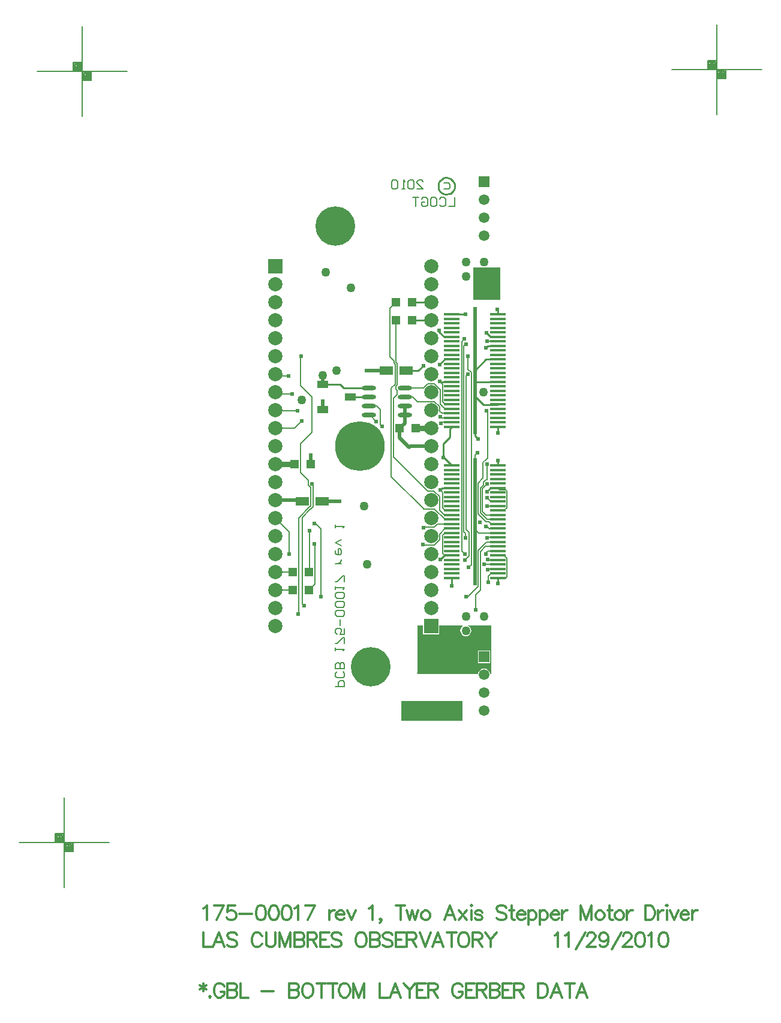
<source format=gbl>
%FSLAX23Y23*%
%MOIN*%
G70*
G01*
G75*
G04 Layer_Physical_Order=6*
G04 Layer_Color=16711680*
%ADD10R,0.079X0.236*%
%ADD11C,0.007*%
%ADD12C,0.050*%
%ADD13C,0.010*%
%ADD14C,0.020*%
%ADD15C,0.012*%
%ADD16C,0.008*%
%ADD17C,0.012*%
%ADD18C,0.012*%
%ADD19C,0.050*%
%ADD20C,0.079*%
%ADD21R,0.079X0.079*%
%ADD22R,0.059X0.059*%
%ADD23C,0.059*%
%ADD24C,0.276*%
%ADD25C,0.219*%
%ADD26C,0.024*%
%ADD27C,0.040*%
%ADD28C,0.065*%
G04:AMPARAMS|DCode=29|XSize=85mil|YSize=85mil|CornerRadius=0mil|HoleSize=0mil|Usage=FLASHONLY|Rotation=0.000|XOffset=0mil|YOffset=0mil|HoleType=Round|Shape=Relief|Width=10mil|Gap=10mil|Entries=4|*
%AMTHD29*
7,0,0,0.085,0.065,0.010,45*
%
%ADD29THD29*%
%ADD30C,0.099*%
G04:AMPARAMS|DCode=31|XSize=119.055mil|YSize=119.055mil|CornerRadius=0mil|HoleSize=0mil|Usage=FLASHONLY|Rotation=0.000|XOffset=0mil|YOffset=0mil|HoleType=Round|Shape=Relief|Width=10mil|Gap=10mil|Entries=4|*
%AMTHD31*
7,0,0,0.119,0.099,0.010,45*
%
%ADD31THD31*%
%ADD32C,0.075*%
%ADD33C,0.197*%
%ADD34C,0.206*%
%ADD35C,0.068*%
G04:AMPARAMS|DCode=36|XSize=70mil|YSize=70mil|CornerRadius=0mil|HoleSize=0mil|Usage=FLASHONLY|Rotation=0.000|XOffset=0mil|YOffset=0mil|HoleType=Round|Shape=Relief|Width=10mil|Gap=10mil|Entries=4|*
%AMTHD36*
7,0,0,0.070,0.050,0.010,45*
%
%ADD36THD36*%
G04:AMPARAMS|DCode=37|XSize=88mil|YSize=88mil|CornerRadius=0mil|HoleSize=0mil|Usage=FLASHONLY|Rotation=0.000|XOffset=0mil|YOffset=0mil|HoleType=Round|Shape=Relief|Width=10mil|Gap=10mil|Entries=4|*
%AMTHD37*
7,0,0,0.088,0.068,0.010,45*
%
%ADD37THD37*%
%ADD38C,0.075*%
%ADD39O,0.079X0.024*%
%ADD40R,0.078X0.048*%
%ADD41R,0.050X0.050*%
%ADD42R,0.130X0.094*%
%ADD43R,0.020X0.709*%
%ADD44R,0.085X0.016*%
%ADD45R,0.059X0.039*%
%ADD46C,0.030*%
%ADD47C,0.005*%
G36*
X32458Y20291D02*
X32118D01*
Y20401D01*
X32458D01*
Y20291D01*
D02*
G37*
G36*
X32618Y20551D02*
X32612D01*
X32611Y20555D01*
X32608Y20563D01*
X32602Y20571D01*
X32595Y20576D01*
X32587Y20580D01*
X32578Y20581D01*
X32569Y20580D01*
X32560Y20576D01*
X32553Y20571D01*
X32548Y20563D01*
X32544Y20555D01*
X32544Y20551D01*
X32212D01*
X32205Y20558D01*
X32208Y20560D01*
Y20821D01*
X32238D01*
Y20771D01*
X32327D01*
Y20821D01*
X32458D01*
X32459Y20816D01*
X32454Y20813D01*
X32450Y20806D01*
X32447Y20799D01*
X32445Y20791D01*
X32447Y20783D01*
X32450Y20776D01*
X32454Y20770D01*
X32461Y20765D01*
X32468Y20762D01*
X32476Y20761D01*
X32484Y20762D01*
X32491Y20765D01*
X32497Y20770D01*
X32502Y20776D01*
X32505Y20783D01*
X32506Y20791D01*
X32505Y20799D01*
X32502Y20806D01*
X32497Y20813D01*
X32491Y20817D01*
X32484Y20820D01*
Y20820D01*
X32484D01*
X32484Y20820D01*
Y20820D01*
X32484Y20821D01*
X32618D01*
Y20551D01*
D02*
G37*
G36*
X32668Y22631D02*
X32518D01*
Y22811D01*
X32575D01*
X32576Y22811D01*
X32576Y22811D01*
X32668D01*
Y22631D01*
D02*
G37*
%LPC*%
G36*
X32612Y20681D02*
X32543D01*
Y20612D01*
X32612D01*
Y20681D01*
D02*
G37*
%LPD*%
D11*
X32344Y21999D02*
X32398D01*
X32331Y22012D02*
Y22036D01*
X32302Y22064D02*
X32331Y22036D01*
Y22012D02*
X32344Y21999D01*
X32361Y22024D02*
X32398D01*
X32334Y22051D02*
X32361Y22024D01*
X32334Y22051D02*
Y22116D01*
X32335Y22117D01*
Y22131D01*
X32302Y22164D02*
X32335Y22131D01*
X32263Y22164D02*
X32302D01*
X32240Y22141D02*
X32263Y22164D01*
X32136Y22141D02*
X32240D01*
X32616Y21109D02*
X32653D01*
X32602Y21095D02*
X32616Y21109D01*
X32602Y21059D02*
Y21095D01*
X32614Y21159D02*
X32653D01*
X32616Y21184D02*
X32653D01*
X32616Y21234D02*
X32653D01*
X32648Y21279D02*
X32653Y21284D01*
Y21309D02*
X32654Y21309D01*
Y21312D01*
X32594Y21308D02*
X32595Y21309D01*
X32651D01*
X32654Y21312D01*
X32652Y21357D02*
X32653Y21359D01*
X32609Y21357D02*
X32652D01*
X32589Y21372D02*
X32594D01*
X32609Y21357D01*
X32549Y21334D02*
X32653D01*
X32548Y21333D02*
X32549Y21334D01*
X32526Y21355D02*
X32548Y21333D01*
X32526Y21355D02*
Y21396D01*
X32357Y21434D02*
X32398D01*
X32361Y21409D02*
X32398D01*
X32302Y21468D02*
X32361Y21409D01*
X32243Y21468D02*
X32302D01*
X32318Y21384D02*
X32398D01*
X32301Y21366D02*
X32318Y21384D01*
X32242Y21366D02*
X32301D01*
X32361Y21359D02*
X32398D01*
X32331Y21328D02*
X32361Y21359D01*
X32331Y21296D02*
Y21328D01*
X32302Y21268D02*
X32331Y21296D01*
X32240Y21268D02*
X32302D01*
X32594Y21607D02*
X32595Y21606D01*
X32573Y21616D02*
X32587Y21629D01*
X32593D01*
Y21717D01*
X32595Y21719D01*
X32572Y21639D02*
Y21727D01*
X32587Y21741D01*
X32589D01*
X32597Y21749D01*
X32592Y22014D02*
X32597D01*
Y21749D02*
Y22014D01*
X32453Y21233D02*
X32470Y21216D01*
X32453Y21233D02*
Y22398D01*
X32468Y22413D01*
X32593Y22399D02*
X32653D01*
X32653Y22399D01*
X32573Y21602D02*
Y21616D01*
X32474Y21307D02*
Y21333D01*
X32465Y21342D02*
X32474Y21333D01*
X32465Y21342D02*
Y22374D01*
X32474Y22383D02*
X32476D01*
X32465Y22374D02*
X32474Y22383D01*
X32599Y21184D02*
X32653D01*
X32471Y21183D02*
X32494Y21207D01*
Y21328D01*
X32494Y21328D02*
X32494Y21328D01*
X32494Y21328D02*
Y21337D01*
X32477Y21354D02*
X32494Y21337D01*
X32477Y21354D02*
Y22208D01*
X32486Y22217D01*
X32489Y22243D02*
Y22316D01*
Y22243D02*
X32506Y22226D01*
Y22139D02*
Y22226D01*
Y22139D02*
X32507Y22138D01*
Y21190D02*
Y22138D01*
X32597Y21134D02*
X32653D01*
X32597Y21134D02*
X32597Y21134D01*
X32544Y21610D02*
X32572Y21639D01*
X32556Y21584D02*
X32573Y21602D01*
X32616Y21384D02*
X32653D01*
X32556Y21446D02*
X32593Y21409D01*
X32653D01*
X32544Y21441D02*
X32588Y21397D01*
X32603D01*
X32616Y21384D01*
X32589Y21434D02*
X32653D01*
X32568Y21455D02*
X32589Y21434D01*
X32568Y21455D02*
Y21579D01*
X32595Y21606D01*
X32544Y21441D02*
Y21610D01*
X32556Y21446D02*
Y21584D01*
X32601Y21484D02*
X32653D01*
X32614Y21509D02*
X32653D01*
X32593Y21530D02*
X32614Y21509D01*
X32240Y21268D02*
X32240Y21268D01*
X31634Y21273D02*
X31636Y21271D01*
Y21050D02*
Y21271D01*
X31603Y21016D02*
X31636Y21050D01*
X32241Y21365D02*
X32242Y21366D01*
X31607Y21120D02*
Y21347D01*
X31603Y21116D02*
X31607Y21120D01*
X32242Y21467D02*
X32243Y21468D01*
X32336Y21974D02*
X32398D01*
X31943Y21991D02*
X31979Y21955D01*
X31939Y21991D02*
X31943D01*
X32002Y21936D02*
Y22019D01*
X31980Y22041D02*
X32002Y22019D01*
X31939Y22041D02*
X31980D01*
X32605Y21284D02*
X32653D01*
X32604Y21283D02*
X32605Y21284D01*
X32591Y21283D02*
X32604D01*
X32544Y21236D02*
X32591Y21283D01*
X32584Y21259D02*
X32653D01*
X32556Y21016D02*
Y21231D01*
X32584Y21259D01*
X32597Y21234D02*
X32653D01*
X32597Y21234D02*
X32597Y21234D01*
X32544Y21037D02*
Y21236D01*
X32587Y21224D02*
X32597Y21234D01*
X32587Y21218D02*
Y21224D01*
X32578Y21159D02*
X32653D01*
X32578Y21159D02*
X32578Y21159D01*
X32492Y21143D02*
X32507Y21158D01*
Y21190D01*
X31494Y21218D02*
Y21339D01*
X31416Y21416D02*
X31494Y21339D01*
X31670Y20981D02*
Y21357D01*
X31634Y21386D02*
X31641D01*
X31670Y21357D01*
X32488Y20981D02*
X32544Y21037D01*
X32476Y20981D02*
X32488D01*
X32531Y20991D02*
X32556Y21016D01*
X32531Y20906D02*
Y20991D01*
X31566Y20941D02*
X31576Y20932D01*
X31545Y20884D02*
X31546Y20886D01*
Y21418D01*
X31622Y21895D02*
Y22091D01*
X31559Y22315D02*
X31560Y22316D01*
X31559Y21832D02*
X31622Y21895D01*
X31559Y21671D02*
Y21832D01*
Y22154D02*
X31622Y22091D01*
X31559Y22154D02*
Y22315D01*
X31523Y21916D02*
X31563Y21957D01*
X31416Y21916D02*
X31523D01*
X31417Y22015D02*
X31542D01*
X31416Y22016D02*
X31417Y22015D01*
X31424Y22108D02*
X31511D01*
X31416Y22116D02*
X31424Y22108D01*
Y22208D02*
X31490D01*
X31416Y22216D02*
X31424Y22208D01*
X32088Y22284D02*
Y22516D01*
X32088Y22149D02*
X32095Y22156D01*
X32088Y22133D02*
Y22149D01*
Y22133D02*
X32094Y22127D01*
X32074Y22085D02*
X32094Y22105D01*
X32074Y21757D02*
Y22085D01*
Y21757D02*
X32263Y21568D01*
X32298D01*
X32095Y22156D02*
Y22277D01*
X32094Y22105D02*
Y22127D01*
X32054Y22583D02*
X32088Y22616D01*
X32062Y22140D02*
X32083Y22161D01*
X32062Y21648D02*
Y22140D01*
Y21648D02*
X32243Y21468D01*
X32054Y22314D02*
Y22583D01*
X32088Y22284D02*
X32095Y22277D01*
X32083Y22161D02*
Y22272D01*
X32076Y22279D02*
X32083Y22272D01*
X32076Y22279D02*
Y22292D01*
X32054Y22314D02*
X32076Y22292D01*
X32136Y22091D02*
X32181D01*
X32208Y22064D01*
X32232D02*
X32279D01*
X32208D02*
X32232D01*
X32279D02*
X32302D01*
X31566Y20941D02*
Y21421D01*
X31559Y21671D02*
X31602Y21628D01*
X31601Y21600D02*
Y21617D01*
X31602Y21617D01*
Y21628D01*
X31607Y21479D02*
X31610D01*
X31615Y21484D01*
X31566Y21421D02*
X31612Y21467D01*
X31615D01*
X31627Y21479D01*
X31622Y21608D02*
X31627Y21603D01*
Y21479D02*
Y21603D01*
X31546Y21418D02*
X31607Y21479D01*
X31615Y21484D02*
Y21586D01*
X31601Y21600D02*
X31615Y21586D01*
X31416Y21116D02*
X31513D01*
X31513Y21116D01*
X31416Y21016D02*
X31513D01*
X31513Y21016D01*
X32526Y21396D02*
Y21768D01*
X32541Y21782D01*
X32002Y21936D02*
X32010Y21928D01*
X32599Y21184D02*
X32599Y21184D01*
X32343Y21949D02*
X32398D01*
X32339Y21945D02*
X32343Y21949D01*
X32333Y21977D02*
Y21979D01*
Y21977D02*
X32336Y21974D01*
X32330Y21461D02*
X32357Y21434D01*
X32330Y21461D02*
Y21495D01*
X32331Y21496D01*
Y21536D01*
X32298Y21568D02*
X32331Y21536D01*
D13*
X32415Y23263D02*
X32414Y23273D01*
X32411Y23282D01*
X32405Y23291D01*
X32399Y23298D01*
X32390Y23304D01*
X32381Y23307D01*
X32371Y23309D01*
X32361Y23309D01*
X32352Y23306D01*
X32343Y23301D01*
X32335Y23295D01*
X32329Y23287D01*
X32325Y23278D01*
X32323Y23268D01*
Y23258D01*
X32325Y23248D01*
X32329Y23239D01*
X32335Y23231D01*
X32343Y23225D01*
X32352Y23220D01*
X32361Y23218D01*
X32371Y23217D01*
X32381Y23219D01*
X32390Y23222D01*
X32399Y23228D01*
X32405Y23235D01*
X32411Y23244D01*
X32414Y23253D01*
X32415Y23263D01*
X31796Y22141D02*
X31939D01*
X31776Y22161D02*
X31796Y22141D01*
X31682Y22161D02*
X31776D01*
X31681Y22160D02*
X31682Y22161D01*
X31835Y22091D02*
X31939D01*
X32178Y22616D02*
X32283D01*
X32178Y22616D02*
X32178Y22616D01*
Y22516D02*
X32283D01*
X32178Y22516D02*
X32178Y22516D01*
X32143Y22236D02*
X32211D01*
X32240Y22265D01*
X32653Y21893D02*
Y21924D01*
Y21893D02*
X32654Y21892D01*
X32651Y22047D02*
X32653Y22049D01*
X32573Y22047D02*
X32651D01*
X32526Y22094D02*
X32573Y22047D01*
X32527Y22174D02*
X32653D01*
X32526Y22094D02*
Y22175D01*
Y22236D01*
Y22175D02*
X32527Y22174D01*
X32653Y21709D02*
Y21737D01*
X32653Y21737D02*
X32653Y21737D01*
X32612Y21584D02*
X32653D01*
X32593Y21565D02*
X32612Y21584D01*
X32653Y21054D02*
Y21084D01*
Y21054D02*
X32654Y21053D01*
X32398Y21043D02*
Y21084D01*
Y21043D02*
X32399Y21042D01*
X32356Y21209D02*
X32398D01*
X32345Y21584D02*
X32398D01*
X32334Y21573D02*
X32345Y21584D01*
X32353Y21754D02*
X32398Y21709D01*
X32352Y21754D02*
X32353D01*
X32526Y21874D02*
Y22236D01*
Y21874D02*
X32544Y21856D01*
X32334Y22174D02*
X32398D01*
X32331Y22177D02*
X32334Y22174D01*
X32359Y22299D02*
X32398D01*
X32333Y22273D02*
X32359Y22299D01*
X32333Y22271D02*
Y22273D01*
X32331Y22269D02*
X32333Y22271D01*
X32356Y22424D02*
X32398D01*
X32328Y22452D02*
X32356Y22424D01*
X32328Y22452D02*
Y22460D01*
X32398Y22549D02*
X32475D01*
X32475Y22549D01*
X32653Y22549D02*
Y22576D01*
X32652Y22577D02*
X32653Y22576D01*
X32614Y22424D02*
X32653D01*
X32590Y22448D02*
X32614Y22424D01*
X32597Y22374D02*
X32653D01*
X32586Y22363D02*
X32597Y22374D01*
X32588Y22299D02*
X32653D01*
X32526Y22236D02*
X32588Y22299D01*
X32352Y21754D02*
Y21830D01*
X32388Y21866D01*
Y21914D01*
X32398Y21924D01*
X32334Y21187D02*
X32356Y21209D01*
D14*
X31613Y21716D02*
Y21766D01*
X31678Y21511D02*
X31774D01*
X31775Y21512D01*
Y21511D02*
Y21512D01*
X31681Y22022D02*
Y22068D01*
X31681Y22068D02*
X31681Y22068D01*
X32136Y21991D02*
Y22041D01*
X32108Y21916D02*
X32136Y21944D01*
Y21991D01*
X31924Y22236D02*
X32033D01*
X32108Y21864D02*
Y21916D01*
Y21864D02*
X32161Y21811D01*
X32166Y21816D01*
X32283D01*
X31681Y22160D02*
Y22210D01*
Y22160D02*
X31681Y22160D01*
X31416Y21516D02*
X31563D01*
X31568Y21511D01*
D15*
X31016Y18832D02*
Y18786D01*
X30997Y18821D02*
X31035Y18798D01*
Y18821D02*
X30997Y18798D01*
X31055Y18760D02*
X31051Y18756D01*
X31055Y18752D01*
X31059Y18756D01*
X31055Y18760D01*
X31133Y18813D02*
X31130Y18821D01*
X31122Y18828D01*
X31114Y18832D01*
X31099D01*
X31092Y18828D01*
X31084Y18821D01*
X31080Y18813D01*
X31076Y18802D01*
Y18783D01*
X31080Y18771D01*
X31084Y18763D01*
X31092Y18756D01*
X31099Y18752D01*
X31114D01*
X31122Y18756D01*
X31130Y18763D01*
X31133Y18771D01*
Y18783D01*
X31114D02*
X31133D01*
X31152Y18832D02*
Y18752D01*
Y18832D02*
X31186D01*
X31197Y18828D01*
X31201Y18824D01*
X31205Y18817D01*
Y18809D01*
X31201Y18802D01*
X31197Y18798D01*
X31186Y18794D01*
X31152D02*
X31186D01*
X31197Y18790D01*
X31201Y18786D01*
X31205Y18779D01*
Y18767D01*
X31201Y18760D01*
X31197Y18756D01*
X31186Y18752D01*
X31152D01*
X31223Y18832D02*
Y18752D01*
X31269D01*
X31340Y18786D02*
X31409D01*
X31495Y18832D02*
Y18752D01*
Y18832D02*
X31530D01*
X31541Y18828D01*
X31545Y18824D01*
X31549Y18817D01*
Y18809D01*
X31545Y18802D01*
X31541Y18798D01*
X31530Y18794D01*
X31495D02*
X31530D01*
X31541Y18790D01*
X31545Y18786D01*
X31549Y18779D01*
Y18767D01*
X31545Y18760D01*
X31541Y18756D01*
X31530Y18752D01*
X31495D01*
X31589Y18832D02*
X31582Y18828D01*
X31574Y18821D01*
X31570Y18813D01*
X31567Y18802D01*
Y18783D01*
X31570Y18771D01*
X31574Y18763D01*
X31582Y18756D01*
X31589Y18752D01*
X31605D01*
X31612Y18756D01*
X31620Y18763D01*
X31624Y18771D01*
X31627Y18783D01*
Y18802D01*
X31624Y18813D01*
X31620Y18821D01*
X31612Y18828D01*
X31605Y18832D01*
X31589D01*
X31673D02*
Y18752D01*
X31646Y18832D02*
X31699D01*
X31736D02*
Y18752D01*
X31709Y18832D02*
X31762D01*
X31795D02*
X31787Y18828D01*
X31779Y18821D01*
X31776Y18813D01*
X31772Y18802D01*
Y18783D01*
X31776Y18771D01*
X31779Y18763D01*
X31787Y18756D01*
X31795Y18752D01*
X31810D01*
X31818Y18756D01*
X31825Y18763D01*
X31829Y18771D01*
X31833Y18783D01*
Y18802D01*
X31829Y18813D01*
X31825Y18821D01*
X31818Y18828D01*
X31810Y18832D01*
X31795D01*
X31851D02*
Y18752D01*
Y18832D02*
X31882Y18752D01*
X31912Y18832D02*
X31882Y18752D01*
X31912Y18832D02*
Y18752D01*
X31998Y18832D02*
Y18752D01*
X32044D01*
X32113D02*
X32083Y18832D01*
X32053Y18752D01*
X32064Y18779D02*
X32102D01*
X32132Y18832D02*
X32163Y18794D01*
Y18752D01*
X32193Y18832D02*
X32163Y18794D01*
X32253Y18832D02*
X32203D01*
Y18752D01*
X32253D01*
X32203Y18794D02*
X32234D01*
X32266Y18832D02*
Y18752D01*
Y18832D02*
X32300D01*
X32312Y18828D01*
X32316Y18824D01*
X32320Y18817D01*
Y18809D01*
X32316Y18802D01*
X32312Y18798D01*
X32300Y18794D01*
X32266D01*
X32293D02*
X32320Y18752D01*
X32457Y18813D02*
X32454Y18821D01*
X32446Y18828D01*
X32438Y18832D01*
X32423D01*
X32416Y18828D01*
X32408Y18821D01*
X32404Y18813D01*
X32400Y18802D01*
Y18783D01*
X32404Y18771D01*
X32408Y18763D01*
X32416Y18756D01*
X32423Y18752D01*
X32438D01*
X32446Y18756D01*
X32454Y18763D01*
X32457Y18771D01*
Y18783D01*
X32438D02*
X32457D01*
X32525Y18832D02*
X32476D01*
Y18752D01*
X32525D01*
X32476Y18794D02*
X32506D01*
X32539Y18832D02*
Y18752D01*
Y18832D02*
X32573D01*
X32584Y18828D01*
X32588Y18824D01*
X32592Y18817D01*
Y18809D01*
X32588Y18802D01*
X32584Y18798D01*
X32573Y18794D01*
X32539D01*
X32565D02*
X32592Y18752D01*
X32610Y18832D02*
Y18752D01*
Y18832D02*
X32644D01*
X32655Y18828D01*
X32659Y18824D01*
X32663Y18817D01*
Y18809D01*
X32659Y18802D01*
X32655Y18798D01*
X32644Y18794D01*
X32610D02*
X32644D01*
X32655Y18790D01*
X32659Y18786D01*
X32663Y18779D01*
Y18767D01*
X32659Y18760D01*
X32655Y18756D01*
X32644Y18752D01*
X32610D01*
X32730Y18832D02*
X32681D01*
Y18752D01*
X32730D01*
X32681Y18794D02*
X32711D01*
X32744Y18832D02*
Y18752D01*
Y18832D02*
X32778D01*
X32790Y18828D01*
X32793Y18824D01*
X32797Y18817D01*
Y18809D01*
X32793Y18802D01*
X32790Y18798D01*
X32778Y18794D01*
X32744D01*
X32770D02*
X32797Y18752D01*
X32878Y18832D02*
Y18752D01*
Y18832D02*
X32905D01*
X32916Y18828D01*
X32924Y18821D01*
X32927Y18813D01*
X32931Y18802D01*
Y18783D01*
X32927Y18771D01*
X32924Y18763D01*
X32916Y18756D01*
X32905Y18752D01*
X32878D01*
X33010D02*
X32980Y18832D01*
X32949Y18752D01*
X32961Y18779D02*
X32999D01*
X33055Y18832D02*
Y18752D01*
X33029Y18832D02*
X33082D01*
X33152Y18752D02*
X33122Y18832D01*
X33092Y18752D01*
X33103Y18779D02*
X33141D01*
D16*
X31752Y20480D02*
X31802D01*
Y20505D01*
X31793Y20513D01*
X31777D01*
X31768Y20505D01*
Y20480D01*
X31793Y20563D02*
X31802Y20555D01*
Y20538D01*
X31793Y20530D01*
X31760D01*
X31752Y20538D01*
Y20555D01*
X31760Y20563D01*
X31802Y20580D02*
X31752D01*
Y20605D01*
X31760Y20613D01*
X31768D01*
X31777Y20605D01*
Y20580D01*
Y20605D01*
X31785Y20613D01*
X31793D01*
X31802Y20605D01*
Y20580D01*
X31752Y20680D02*
Y20697D01*
Y20688D01*
X31802D01*
X31793Y20680D01*
X31802Y20722D02*
Y20755D01*
X31793D01*
X31760Y20722D01*
X31752D01*
X31802Y20805D02*
Y20772D01*
X31777D01*
X31785Y20788D01*
Y20797D01*
X31777Y20805D01*
X31760D01*
X31752Y20797D01*
Y20780D01*
X31760Y20772D01*
X31777Y20822D02*
Y20855D01*
X31793Y20872D02*
X31802Y20880D01*
Y20897D01*
X31793Y20905D01*
X31760D01*
X31752Y20897D01*
Y20880D01*
X31760Y20872D01*
X31793D01*
Y20922D02*
X31802Y20930D01*
Y20947D01*
X31793Y20955D01*
X31760D01*
X31752Y20947D01*
Y20930D01*
X31760Y20922D01*
X31793D01*
Y20972D02*
X31802Y20980D01*
Y20997D01*
X31793Y21005D01*
X31760D01*
X31752Y20997D01*
Y20980D01*
X31760Y20972D01*
X31793D01*
X31752Y21022D02*
Y21038D01*
Y21030D01*
X31802D01*
X31793Y21022D01*
X31802Y21063D02*
Y21097D01*
X31793D01*
X31760Y21063D01*
X31752D01*
X31785Y21163D02*
X31752D01*
X31768D01*
X31777Y21172D01*
X31785Y21180D01*
Y21188D01*
X31752Y21238D02*
Y21221D01*
X31760Y21213D01*
X31777D01*
X31785Y21221D01*
Y21238D01*
X31777Y21246D01*
X31768D01*
Y21213D01*
X31785Y21263D02*
X31752Y21280D01*
X31785Y21296D01*
X31752Y21363D02*
Y21380D01*
Y21371D01*
X31802D01*
X31793Y21363D01*
X32414Y23199D02*
Y23149D01*
X32380D01*
X32330Y23191D02*
X32339Y23199D01*
X32355D01*
X32364Y23191D01*
Y23157D01*
X32355Y23149D01*
X32339D01*
X32330Y23157D01*
X32289Y23199D02*
X32305D01*
X32314Y23191D01*
Y23157D01*
X32305Y23149D01*
X32289D01*
X32280Y23157D01*
Y23191D01*
X32289Y23199D01*
X32230Y23191D02*
X32239Y23199D01*
X32255D01*
X32264Y23191D01*
Y23157D01*
X32255Y23149D01*
X32239D01*
X32230Y23157D01*
Y23174D01*
X32247D01*
X32214Y23199D02*
X32180D01*
X32197D01*
Y23149D01*
X32355Y23279D02*
X32380D01*
X32389Y23271D01*
Y23254D01*
X32380Y23246D01*
X32355D01*
X32205D02*
X32239D01*
X32205Y23279D01*
Y23288D01*
X32214Y23296D01*
X32230D01*
X32239Y23288D01*
X32189D02*
X32180Y23296D01*
X32164D01*
X32155Y23288D01*
Y23254D01*
X32164Y23246D01*
X32180D01*
X32189Y23254D01*
Y23288D01*
X32139Y23246D02*
X32122D01*
X32130D01*
Y23296D01*
X32139Y23288D01*
X32097D02*
X32089Y23296D01*
X32072D01*
X32064Y23288D01*
Y23254D01*
X32072Y23246D01*
X32089D01*
X32097Y23254D01*
Y23288D01*
X33620Y23910D02*
X34120D01*
X33870Y23660D02*
Y24160D01*
X33820Y23910D02*
Y23960D01*
X33870D01*
X33920Y23860D02*
Y23910D01*
X33870Y23860D02*
X33920D01*
X33875Y23905D02*
X33915D01*
Y23865D02*
Y23905D01*
X33875Y23865D02*
X33915D01*
X33875D02*
Y23905D01*
X33880Y23900D02*
X33910D01*
Y23870D02*
Y23900D01*
X33880Y23870D02*
X33910D01*
X33880D02*
Y23895D01*
X33885D02*
X33905D01*
Y23875D02*
Y23895D01*
X33885Y23875D02*
X33905D01*
X33885D02*
Y23890D01*
X33890D02*
X33900D01*
Y23880D02*
Y23890D01*
X33890Y23880D02*
X33900D01*
X33890D02*
Y23890D01*
Y23885D02*
X33900D01*
X33825Y23955D02*
X33865D01*
Y23915D02*
Y23955D01*
X33825Y23915D02*
X33865D01*
X33825D02*
Y23955D01*
X33830Y23950D02*
X33860D01*
Y23920D02*
Y23950D01*
X33830Y23920D02*
X33860D01*
X33830D02*
Y23945D01*
X33835D02*
X33855D01*
Y23925D02*
Y23945D01*
X33835Y23925D02*
X33855D01*
X33835D02*
Y23940D01*
X33840D02*
X33850D01*
Y23930D02*
Y23940D01*
X33840Y23930D02*
X33850D01*
X33840D02*
Y23940D01*
Y23935D02*
X33850D01*
X30094Y23901D02*
X30594D01*
X30344Y23651D02*
Y24151D01*
X30294Y23901D02*
Y23951D01*
X30344D01*
X30394Y23851D02*
Y23901D01*
X30344Y23851D02*
X30394D01*
X30349Y23896D02*
X30389D01*
Y23856D02*
Y23896D01*
X30349Y23856D02*
X30389D01*
X30349D02*
Y23896D01*
X30354Y23891D02*
X30384D01*
Y23861D02*
Y23891D01*
X30354Y23861D02*
X30384D01*
X30354D02*
Y23886D01*
X30359D02*
X30379D01*
Y23866D02*
Y23886D01*
X30359Y23866D02*
X30379D01*
X30359D02*
Y23881D01*
X30364D02*
X30374D01*
Y23871D02*
Y23881D01*
X30364Y23871D02*
X30374D01*
X30364D02*
Y23881D01*
Y23876D02*
X30374D01*
X30299Y23946D02*
X30339D01*
Y23906D02*
Y23946D01*
X30299Y23906D02*
X30339D01*
X30299D02*
Y23946D01*
X30304Y23941D02*
X30334D01*
Y23911D02*
Y23941D01*
X30304Y23911D02*
X30334D01*
X30304D02*
Y23936D01*
X30309D02*
X30329D01*
Y23916D02*
Y23936D01*
X30309Y23916D02*
X30329D01*
X30309D02*
Y23931D01*
X30314D02*
X30324D01*
Y23921D02*
Y23931D01*
X30314Y23921D02*
X30324D01*
X30314D02*
Y23931D01*
Y23926D02*
X30324D01*
X29995Y19615D02*
X30495D01*
X30245Y19365D02*
Y19865D01*
X30195Y19615D02*
Y19665D01*
X30245D01*
X30295Y19565D02*
Y19615D01*
X30245Y19565D02*
X30295D01*
X30250Y19610D02*
X30290D01*
Y19570D02*
Y19610D01*
X30250Y19570D02*
X30290D01*
X30250D02*
Y19610D01*
X30255Y19605D02*
X30285D01*
Y19575D02*
Y19605D01*
X30255Y19575D02*
X30285D01*
X30255D02*
Y19600D01*
X30260D02*
X30280D01*
Y19580D02*
Y19600D01*
X30260Y19580D02*
X30280D01*
X30260D02*
Y19595D01*
X30265D02*
X30275D01*
Y19585D02*
Y19595D01*
X30265Y19585D02*
X30275D01*
X30265D02*
Y19595D01*
Y19590D02*
X30275D01*
X30200Y19660D02*
X30240D01*
Y19620D02*
Y19660D01*
X30200Y19620D02*
X30240D01*
X30200D02*
Y19660D01*
X30205Y19655D02*
X30235D01*
Y19625D02*
Y19655D01*
X30205Y19625D02*
X30235D01*
X30205D02*
Y19650D01*
X30210D02*
X30230D01*
Y19630D02*
Y19650D01*
X30210Y19630D02*
X30230D01*
X30210D02*
Y19645D01*
X30215D02*
X30225D01*
Y19635D02*
Y19645D01*
X30215Y19635D02*
X30225D01*
X30215D02*
Y19645D01*
Y19640D02*
X30225D01*
D17*
X31018Y19247D02*
X31025Y19251D01*
X31037Y19263D01*
Y19183D01*
X31130Y19263D02*
X31092Y19183D01*
X31076Y19263D02*
X31130D01*
X31193D02*
X31155D01*
X31151Y19228D01*
X31155Y19232D01*
X31167Y19236D01*
X31178D01*
X31190Y19232D01*
X31197Y19225D01*
X31201Y19213D01*
Y19205D01*
X31197Y19194D01*
X31190Y19186D01*
X31178Y19183D01*
X31167D01*
X31155Y19186D01*
X31151Y19190D01*
X31148Y19198D01*
X31219Y19217D02*
X31287D01*
X31334Y19263D02*
X31322Y19259D01*
X31315Y19247D01*
X31311Y19228D01*
Y19217D01*
X31315Y19198D01*
X31322Y19186D01*
X31334Y19183D01*
X31342D01*
X31353Y19186D01*
X31361Y19198D01*
X31364Y19217D01*
Y19228D01*
X31361Y19247D01*
X31353Y19259D01*
X31342Y19263D01*
X31334D01*
X31405D02*
X31394Y19259D01*
X31386Y19247D01*
X31382Y19228D01*
Y19217D01*
X31386Y19198D01*
X31394Y19186D01*
X31405Y19183D01*
X31413D01*
X31424Y19186D01*
X31432Y19198D01*
X31436Y19217D01*
Y19228D01*
X31432Y19247D01*
X31424Y19259D01*
X31413Y19263D01*
X31405D01*
X31476D02*
X31465Y19259D01*
X31457Y19247D01*
X31454Y19228D01*
Y19217D01*
X31457Y19198D01*
X31465Y19186D01*
X31476Y19183D01*
X31484D01*
X31495Y19186D01*
X31503Y19198D01*
X31507Y19217D01*
Y19228D01*
X31503Y19247D01*
X31495Y19259D01*
X31484Y19263D01*
X31476D01*
X31525Y19247D02*
X31532Y19251D01*
X31544Y19263D01*
Y19183D01*
X31637Y19263D02*
X31599Y19183D01*
X31583Y19263D02*
X31637D01*
X31717Y19236D02*
Y19183D01*
Y19213D02*
X31721Y19225D01*
X31729Y19232D01*
X31736Y19236D01*
X31748D01*
X31755Y19213D02*
X31801D01*
Y19221D01*
X31797Y19228D01*
X31793Y19232D01*
X31786Y19236D01*
X31774D01*
X31767Y19232D01*
X31759Y19225D01*
X31755Y19213D01*
Y19205D01*
X31759Y19194D01*
X31767Y19186D01*
X31774Y19183D01*
X31786D01*
X31793Y19186D01*
X31801Y19194D01*
X31818Y19236D02*
X31841Y19183D01*
X31864Y19236D02*
X31841Y19183D01*
X31939Y19247D02*
X31947Y19251D01*
X31959Y19263D01*
Y19183D01*
X32006Y19186D02*
X32002Y19183D01*
X31998Y19186D01*
X32002Y19190D01*
X32006Y19186D01*
Y19179D01*
X32002Y19171D01*
X31998Y19167D01*
X32113Y19263D02*
Y19183D01*
X32086Y19263D02*
X32139D01*
X32149Y19236D02*
X32164Y19183D01*
X32179Y19236D02*
X32164Y19183D01*
X32179Y19236D02*
X32195Y19183D01*
X32210Y19236D02*
X32195Y19183D01*
X32248Y19236D02*
X32240Y19232D01*
X32232Y19225D01*
X32229Y19213D01*
Y19205D01*
X32232Y19194D01*
X32240Y19186D01*
X32248Y19183D01*
X32259D01*
X32267Y19186D01*
X32274Y19194D01*
X32278Y19205D01*
Y19213D01*
X32274Y19225D01*
X32267Y19232D01*
X32259Y19236D01*
X32248D01*
X32419Y19183D02*
X32389Y19263D01*
X32358Y19183D01*
X32370Y19209D02*
X32408D01*
X32438Y19236D02*
X32480Y19183D01*
Y19236D02*
X32438Y19183D01*
X32504Y19263D02*
X32508Y19259D01*
X32512Y19263D01*
X32508Y19266D01*
X32504Y19263D01*
X32508Y19236D02*
Y19183D01*
X32568Y19225D02*
X32564Y19232D01*
X32553Y19236D01*
X32541D01*
X32530Y19232D01*
X32526Y19225D01*
X32530Y19217D01*
X32537Y19213D01*
X32557Y19209D01*
X32564Y19205D01*
X32568Y19198D01*
Y19194D01*
X32564Y19186D01*
X32553Y19183D01*
X32541D01*
X32530Y19186D01*
X32526Y19194D01*
X32701Y19251D02*
X32693Y19259D01*
X32682Y19263D01*
X32667D01*
X32655Y19259D01*
X32648Y19251D01*
Y19244D01*
X32651Y19236D01*
X32655Y19232D01*
X32663Y19228D01*
X32686Y19221D01*
X32693Y19217D01*
X32697Y19213D01*
X32701Y19205D01*
Y19194D01*
X32693Y19186D01*
X32682Y19183D01*
X32667D01*
X32655Y19186D01*
X32648Y19194D01*
X32730Y19263D02*
Y19198D01*
X32734Y19186D01*
X32742Y19183D01*
X32749D01*
X32719Y19236D02*
X32745D01*
X32761Y19213D02*
X32806D01*
Y19221D01*
X32803Y19228D01*
X32799Y19232D01*
X32791Y19236D01*
X32780D01*
X32772Y19232D01*
X32764Y19225D01*
X32761Y19213D01*
Y19205D01*
X32764Y19194D01*
X32772Y19186D01*
X32780Y19183D01*
X32791D01*
X32799Y19186D01*
X32806Y19194D01*
X32823Y19236D02*
Y19156D01*
Y19225D02*
X32831Y19232D01*
X32839Y19236D01*
X32850D01*
X32858Y19232D01*
X32865Y19225D01*
X32869Y19213D01*
Y19205D01*
X32865Y19194D01*
X32858Y19186D01*
X32850Y19183D01*
X32839D01*
X32831Y19186D01*
X32823Y19194D01*
X32886Y19236D02*
Y19156D01*
Y19225D02*
X32894Y19232D01*
X32902Y19236D01*
X32913D01*
X32921Y19232D01*
X32928Y19225D01*
X32932Y19213D01*
Y19205D01*
X32928Y19194D01*
X32921Y19186D01*
X32913Y19183D01*
X32902D01*
X32894Y19186D01*
X32886Y19194D01*
X32949Y19213D02*
X32995D01*
Y19221D01*
X32991Y19228D01*
X32987Y19232D01*
X32980Y19236D01*
X32968D01*
X32961Y19232D01*
X32953Y19225D01*
X32949Y19213D01*
Y19205D01*
X32953Y19194D01*
X32961Y19186D01*
X32968Y19183D01*
X32980D01*
X32987Y19186D01*
X32995Y19194D01*
X33012Y19236D02*
Y19183D01*
Y19213D02*
X33016Y19225D01*
X33023Y19232D01*
X33031Y19236D01*
X33042D01*
X33113Y19263D02*
Y19183D01*
Y19263D02*
X33143Y19183D01*
X33174Y19263D02*
X33143Y19183D01*
X33174Y19263D02*
Y19183D01*
X33215Y19236D02*
X33208Y19232D01*
X33200Y19225D01*
X33196Y19213D01*
Y19205D01*
X33200Y19194D01*
X33208Y19186D01*
X33215Y19183D01*
X33227D01*
X33234Y19186D01*
X33242Y19194D01*
X33246Y19205D01*
Y19213D01*
X33242Y19225D01*
X33234Y19232D01*
X33227Y19236D01*
X33215D01*
X33275Y19263D02*
Y19198D01*
X33279Y19186D01*
X33286Y19183D01*
X33294D01*
X33263Y19236D02*
X33290D01*
X33324D02*
X33317Y19232D01*
X33309Y19225D01*
X33305Y19213D01*
Y19205D01*
X33309Y19194D01*
X33317Y19186D01*
X33324Y19183D01*
X33336D01*
X33343Y19186D01*
X33351Y19194D01*
X33355Y19205D01*
Y19213D01*
X33351Y19225D01*
X33343Y19232D01*
X33336Y19236D01*
X33324D01*
X33372D02*
Y19183D01*
Y19213D02*
X33376Y19225D01*
X33384Y19232D01*
X33391Y19236D01*
X33403D01*
X33473Y19263D02*
Y19183D01*
Y19263D02*
X33500D01*
X33511Y19259D01*
X33519Y19251D01*
X33522Y19244D01*
X33526Y19232D01*
Y19213D01*
X33522Y19202D01*
X33519Y19194D01*
X33511Y19186D01*
X33500Y19183D01*
X33473D01*
X33544Y19236D02*
Y19183D01*
Y19213D02*
X33548Y19225D01*
X33556Y19232D01*
X33563Y19236D01*
X33575D01*
X33589Y19263D02*
X33593Y19259D01*
X33597Y19263D01*
X33593Y19266D01*
X33589Y19263D01*
X33593Y19236D02*
Y19183D01*
X33611Y19236D02*
X33634Y19183D01*
X33657Y19236D02*
X33634Y19183D01*
X33670Y19213D02*
X33715D01*
Y19221D01*
X33712Y19228D01*
X33708Y19232D01*
X33700Y19236D01*
X33689D01*
X33681Y19232D01*
X33674Y19225D01*
X33670Y19213D01*
Y19205D01*
X33674Y19194D01*
X33681Y19186D01*
X33689Y19183D01*
X33700D01*
X33708Y19186D01*
X33715Y19194D01*
X33733Y19236D02*
Y19183D01*
Y19213D02*
X33736Y19225D01*
X33744Y19232D01*
X33752Y19236D01*
X33763D01*
D18*
X31018Y19113D02*
Y19033D01*
X31063D01*
X31133D02*
X31103Y19113D01*
X31072Y19033D01*
X31084Y19059D02*
X31122D01*
X31205Y19101D02*
X31198Y19109D01*
X31186Y19113D01*
X31171D01*
X31159Y19109D01*
X31152Y19101D01*
Y19094D01*
X31156Y19086D01*
X31159Y19082D01*
X31167Y19078D01*
X31190Y19071D01*
X31198Y19067D01*
X31201Y19063D01*
X31205Y19055D01*
Y19044D01*
X31198Y19036D01*
X31186Y19033D01*
X31171D01*
X31159Y19036D01*
X31152Y19044D01*
X31343Y19094D02*
X31339Y19101D01*
X31332Y19109D01*
X31324Y19113D01*
X31309D01*
X31301Y19109D01*
X31294Y19101D01*
X31290Y19094D01*
X31286Y19082D01*
Y19063D01*
X31290Y19052D01*
X31294Y19044D01*
X31301Y19036D01*
X31309Y19033D01*
X31324D01*
X31332Y19036D01*
X31339Y19044D01*
X31343Y19052D01*
X31366Y19113D02*
Y19055D01*
X31369Y19044D01*
X31377Y19036D01*
X31388Y19033D01*
X31396D01*
X31407Y19036D01*
X31415Y19044D01*
X31419Y19055D01*
Y19113D01*
X31441D02*
Y19033D01*
Y19113D02*
X31471Y19033D01*
X31502Y19113D02*
X31471Y19033D01*
X31502Y19113D02*
Y19033D01*
X31525Y19113D02*
Y19033D01*
Y19113D02*
X31559D01*
X31570Y19109D01*
X31574Y19105D01*
X31578Y19097D01*
Y19090D01*
X31574Y19082D01*
X31570Y19078D01*
X31559Y19075D01*
X31525D02*
X31559D01*
X31570Y19071D01*
X31574Y19067D01*
X31578Y19059D01*
Y19048D01*
X31574Y19040D01*
X31570Y19036D01*
X31559Y19033D01*
X31525D01*
X31596Y19113D02*
Y19033D01*
Y19113D02*
X31630D01*
X31642Y19109D01*
X31645Y19105D01*
X31649Y19097D01*
Y19090D01*
X31645Y19082D01*
X31642Y19078D01*
X31630Y19075D01*
X31596D01*
X31623D02*
X31649Y19033D01*
X31717Y19113D02*
X31667D01*
Y19033D01*
X31717D01*
X31667Y19075D02*
X31698D01*
X31783Y19101D02*
X31776Y19109D01*
X31764Y19113D01*
X31749D01*
X31738Y19109D01*
X31730Y19101D01*
Y19094D01*
X31734Y19086D01*
X31738Y19082D01*
X31745Y19078D01*
X31768Y19071D01*
X31776Y19067D01*
X31780Y19063D01*
X31783Y19055D01*
Y19044D01*
X31776Y19036D01*
X31764Y19033D01*
X31749D01*
X31738Y19036D01*
X31730Y19044D01*
X31887Y19113D02*
X31879Y19109D01*
X31872Y19101D01*
X31868Y19094D01*
X31864Y19082D01*
Y19063D01*
X31868Y19052D01*
X31872Y19044D01*
X31879Y19036D01*
X31887Y19033D01*
X31902D01*
X31910Y19036D01*
X31917Y19044D01*
X31921Y19052D01*
X31925Y19063D01*
Y19082D01*
X31921Y19094D01*
X31917Y19101D01*
X31910Y19109D01*
X31902Y19113D01*
X31887D01*
X31944D02*
Y19033D01*
Y19113D02*
X31978D01*
X31989Y19109D01*
X31993Y19105D01*
X31997Y19097D01*
Y19090D01*
X31993Y19082D01*
X31989Y19078D01*
X31978Y19075D01*
X31944D02*
X31978D01*
X31989Y19071D01*
X31993Y19067D01*
X31997Y19059D01*
Y19048D01*
X31993Y19040D01*
X31989Y19036D01*
X31978Y19033D01*
X31944D01*
X32068Y19101D02*
X32061Y19109D01*
X32049Y19113D01*
X32034D01*
X32023Y19109D01*
X32015Y19101D01*
Y19094D01*
X32019Y19086D01*
X32023Y19082D01*
X32030Y19078D01*
X32053Y19071D01*
X32061Y19067D01*
X32064Y19063D01*
X32068Y19055D01*
Y19044D01*
X32061Y19036D01*
X32049Y19033D01*
X32034D01*
X32023Y19036D01*
X32015Y19044D01*
X32136Y19113D02*
X32086D01*
Y19033D01*
X32136D01*
X32086Y19075D02*
X32117D01*
X32149Y19113D02*
Y19033D01*
Y19113D02*
X32183D01*
X32195Y19109D01*
X32198Y19105D01*
X32202Y19097D01*
Y19090D01*
X32198Y19082D01*
X32195Y19078D01*
X32183Y19075D01*
X32149D01*
X32176D02*
X32202Y19033D01*
X32220Y19113D02*
X32251Y19033D01*
X32281Y19113D02*
X32251Y19033D01*
X32352D02*
X32322Y19113D01*
X32291Y19033D01*
X32303Y19059D02*
X32341D01*
X32398Y19113D02*
Y19033D01*
X32371Y19113D02*
X32424D01*
X32457D02*
X32449Y19109D01*
X32441Y19101D01*
X32438Y19094D01*
X32434Y19082D01*
Y19063D01*
X32438Y19052D01*
X32441Y19044D01*
X32449Y19036D01*
X32457Y19033D01*
X32472D01*
X32480Y19036D01*
X32487Y19044D01*
X32491Y19052D01*
X32495Y19063D01*
Y19082D01*
X32491Y19094D01*
X32487Y19101D01*
X32480Y19109D01*
X32472Y19113D01*
X32457D01*
X32513D02*
Y19033D01*
Y19113D02*
X32548D01*
X32559Y19109D01*
X32563Y19105D01*
X32567Y19097D01*
Y19090D01*
X32563Y19082D01*
X32559Y19078D01*
X32548Y19075D01*
X32513D01*
X32540D02*
X32567Y19033D01*
X32585Y19113D02*
X32615Y19075D01*
Y19033D01*
X32646Y19113D02*
X32615Y19075D01*
X32970Y19097D02*
X32978Y19101D01*
X32989Y19113D01*
Y19033D01*
X33029Y19097D02*
X33036Y19101D01*
X33048Y19113D01*
Y19033D01*
X33087Y19021D02*
X33141Y19113D01*
X33150Y19094D02*
Y19097D01*
X33154Y19105D01*
X33158Y19109D01*
X33165Y19113D01*
X33180D01*
X33188Y19109D01*
X33192Y19105D01*
X33196Y19097D01*
Y19090D01*
X33192Y19082D01*
X33184Y19071D01*
X33146Y19033D01*
X33199D01*
X33267Y19086D02*
X33263Y19075D01*
X33255Y19067D01*
X33244Y19063D01*
X33240D01*
X33229Y19067D01*
X33221Y19075D01*
X33217Y19086D01*
Y19090D01*
X33221Y19101D01*
X33229Y19109D01*
X33240Y19113D01*
X33244D01*
X33255Y19109D01*
X33263Y19101D01*
X33267Y19086D01*
Y19067D01*
X33263Y19048D01*
X33255Y19036D01*
X33244Y19033D01*
X33236D01*
X33225Y19036D01*
X33221Y19044D01*
X33289Y19021D02*
X33342Y19113D01*
X33351Y19094D02*
Y19097D01*
X33355Y19105D01*
X33359Y19109D01*
X33366Y19113D01*
X33381D01*
X33389Y19109D01*
X33393Y19105D01*
X33397Y19097D01*
Y19090D01*
X33393Y19082D01*
X33385Y19071D01*
X33347Y19033D01*
X33401D01*
X33441Y19113D02*
X33430Y19109D01*
X33422Y19097D01*
X33418Y19078D01*
Y19067D01*
X33422Y19048D01*
X33430Y19036D01*
X33441Y19033D01*
X33449D01*
X33460Y19036D01*
X33468Y19048D01*
X33472Y19067D01*
Y19078D01*
X33468Y19097D01*
X33460Y19109D01*
X33449Y19113D01*
X33441D01*
X33490Y19097D02*
X33497Y19101D01*
X33509Y19113D01*
Y19033D01*
X33571Y19113D02*
X33560Y19109D01*
X33552Y19097D01*
X33548Y19078D01*
Y19067D01*
X33552Y19048D01*
X33560Y19036D01*
X33571Y19033D01*
X33579D01*
X33590Y19036D01*
X33598Y19048D01*
X33602Y19067D01*
Y19078D01*
X33598Y19097D01*
X33590Y19109D01*
X33579Y19113D01*
X33571D01*
D19*
X32476Y22841D02*
D03*
Y22762D02*
D03*
X32576Y22761D02*
D03*
Y22841D02*
D03*
Y20791D02*
D03*
X32476D02*
D03*
Y20871D02*
D03*
X32576D02*
D03*
X32228Y20351D02*
D03*
X32158D02*
D03*
X32628Y22711D02*
D03*
X32558Y22671D02*
D03*
X31926Y21162D02*
D03*
X31912Y21484D02*
D03*
X31757Y22237D02*
D03*
X31838Y22697D02*
D03*
X31698Y22784D02*
D03*
X31681Y22210D02*
D03*
X32573Y22118D02*
D03*
X31564Y22075D02*
D03*
D20*
X31416Y20816D02*
D03*
Y20916D02*
D03*
Y21016D02*
D03*
Y21116D02*
D03*
Y21216D02*
D03*
Y21316D02*
D03*
Y21416D02*
D03*
Y21516D02*
D03*
Y21616D02*
D03*
Y21716D02*
D03*
Y21816D02*
D03*
Y21916D02*
D03*
Y22016D02*
D03*
Y22116D02*
D03*
Y22216D02*
D03*
Y22316D02*
D03*
Y22416D02*
D03*
Y22516D02*
D03*
Y22616D02*
D03*
Y22716D02*
D03*
X32283Y20916D02*
D03*
Y21016D02*
D03*
Y21116D02*
D03*
Y21216D02*
D03*
Y21316D02*
D03*
Y21416D02*
D03*
Y21516D02*
D03*
Y21616D02*
D03*
Y21716D02*
D03*
Y21816D02*
D03*
Y21916D02*
D03*
Y22016D02*
D03*
Y22116D02*
D03*
Y22216D02*
D03*
Y22316D02*
D03*
Y22416D02*
D03*
Y22516D02*
D03*
Y22616D02*
D03*
Y22716D02*
D03*
Y22816D02*
D03*
D21*
X31416D02*
D03*
X32283Y20816D02*
D03*
D22*
X32578Y23286D02*
D03*
Y20646D02*
D03*
D23*
Y23186D02*
D03*
Y23086D02*
D03*
Y22986D02*
D03*
Y20546D02*
D03*
Y20446D02*
D03*
Y20346D02*
D03*
D24*
X31889Y21816D02*
D03*
D25*
X31751Y23040D02*
D03*
X31948Y20591D02*
D03*
D26*
X32594Y21308D02*
D03*
X32589Y21372D02*
D03*
X32594Y21607D02*
D03*
X32593Y21717D02*
D03*
X32592Y22014D02*
D03*
X32470Y21216D02*
D03*
X32468Y22413D02*
D03*
X32593Y22399D02*
D03*
X32474Y21307D02*
D03*
X32476Y22383D02*
D03*
X32471Y21183D02*
D03*
X32486Y22217D02*
D03*
X32489Y22316D02*
D03*
X32598Y21132D02*
D03*
X32595Y21484D02*
D03*
X32593Y21530D02*
D03*
X32555Y21395D02*
D03*
X32236Y21272D02*
D03*
X31634Y21273D02*
D03*
X32241Y21365D02*
D03*
X31607Y21347D02*
D03*
X31979Y21955D02*
D03*
X32492Y21143D02*
D03*
X31494Y21218D02*
D03*
X32602Y21059D02*
D03*
X31670Y20981D02*
D03*
X31634Y21386D02*
D03*
X32476Y20981D02*
D03*
X31576Y20932D02*
D03*
X31622Y21608D02*
D03*
X32531Y20906D02*
D03*
X31545Y20884D02*
D03*
X31560Y22316D02*
D03*
X31613Y21766D02*
D03*
X31775Y21511D02*
D03*
X31681Y22068D02*
D03*
X31924Y22236D02*
D03*
X31563Y21957D02*
D03*
X31542Y22015D02*
D03*
X31511Y22108D02*
D03*
X31490Y22208D02*
D03*
X32240Y22265D02*
D03*
X32654Y21892D02*
D03*
X32653Y21737D02*
D03*
X32593Y21565D02*
D03*
X32654Y21053D02*
D03*
X32399Y21042D02*
D03*
X32334Y21573D02*
D03*
X32544Y21856D02*
D03*
X32331Y22177D02*
D03*
Y22269D02*
D03*
X32328Y22460D02*
D03*
X32475Y22549D02*
D03*
X32652Y22577D02*
D03*
X32590Y22448D02*
D03*
X32586Y22363D02*
D03*
X32352Y21754D02*
D03*
X32541Y21782D02*
D03*
X32010Y21928D02*
D03*
X32578Y21159D02*
D03*
X32587Y21218D02*
D03*
X32598Y21186D02*
D03*
X32339Y21945D02*
D03*
X32333Y21979D02*
D03*
X32334Y21187D02*
D03*
D39*
X32136Y22141D02*
D03*
Y22091D02*
D03*
Y22041D02*
D03*
Y21991D02*
D03*
X31939Y22141D02*
D03*
Y22091D02*
D03*
Y22041D02*
D03*
Y21991D02*
D03*
D40*
X31678Y21511D02*
D03*
X31568D02*
D03*
X32033Y22236D02*
D03*
X32143D02*
D03*
D41*
X31513Y21016D02*
D03*
X31603D02*
D03*
X32108Y21916D02*
D03*
X32198D02*
D03*
X31613Y21716D02*
D03*
X31523D02*
D03*
X32178Y22516D02*
D03*
X32088D02*
D03*
X31513Y21116D02*
D03*
X31603D02*
D03*
X32178Y22616D02*
D03*
X32088D02*
D03*
D42*
X32388Y20354D02*
D03*
Y20628D02*
D03*
D43*
X32526Y22236D02*
D03*
Y21396D02*
D03*
D44*
X32653Y21084D02*
D03*
X32398D02*
D03*
X32653Y21309D02*
D03*
Y21234D02*
D03*
Y21159D02*
D03*
X32398Y21309D02*
D03*
Y21234D02*
D03*
Y21159D02*
D03*
X32653Y21709D02*
D03*
Y21634D02*
D03*
Y21559D02*
D03*
Y21484D02*
D03*
X32398Y21709D02*
D03*
Y21634D02*
D03*
Y21559D02*
D03*
Y21484D02*
D03*
X32653Y21949D02*
D03*
X32398D02*
D03*
X32653Y22349D02*
D03*
Y22274D02*
D03*
Y22199D02*
D03*
Y22124D02*
D03*
X32398Y22349D02*
D03*
Y22274D02*
D03*
Y22199D02*
D03*
Y22124D02*
D03*
X32653Y22524D02*
D03*
X32398D02*
D03*
X32653Y21134D02*
D03*
Y21109D02*
D03*
X32398Y21134D02*
D03*
Y21109D02*
D03*
X32653Y21209D02*
D03*
Y21184D02*
D03*
X32398Y21209D02*
D03*
Y21184D02*
D03*
X32653Y21284D02*
D03*
Y21259D02*
D03*
X32398Y21284D02*
D03*
Y21259D02*
D03*
X32653Y21384D02*
D03*
Y21359D02*
D03*
Y21334D02*
D03*
X32398Y21384D02*
D03*
Y21359D02*
D03*
Y21334D02*
D03*
X32653Y21459D02*
D03*
Y21434D02*
D03*
Y21409D02*
D03*
X32398Y21459D02*
D03*
Y21434D02*
D03*
Y21409D02*
D03*
X32653Y21534D02*
D03*
Y21509D02*
D03*
X32398Y21534D02*
D03*
Y21509D02*
D03*
X32653Y21609D02*
D03*
Y21584D02*
D03*
X32398Y21609D02*
D03*
Y21584D02*
D03*
X32653Y21684D02*
D03*
Y21659D02*
D03*
X32398Y21684D02*
D03*
Y21659D02*
D03*
X32653Y21924D02*
D03*
X32398D02*
D03*
X32653Y22024D02*
D03*
Y21999D02*
D03*
Y21974D02*
D03*
X32398Y22024D02*
D03*
Y21999D02*
D03*
Y21974D02*
D03*
X32653Y22099D02*
D03*
Y22074D02*
D03*
Y22049D02*
D03*
X32398Y22099D02*
D03*
Y22074D02*
D03*
Y22049D02*
D03*
X32653Y22174D02*
D03*
Y22149D02*
D03*
X32398Y22174D02*
D03*
Y22149D02*
D03*
X32653Y22249D02*
D03*
Y22224D02*
D03*
X32398Y22249D02*
D03*
Y22224D02*
D03*
X32653Y22324D02*
D03*
Y22299D02*
D03*
X32398Y22324D02*
D03*
Y22299D02*
D03*
X32653Y22424D02*
D03*
Y22399D02*
D03*
Y22374D02*
D03*
X32398Y22424D02*
D03*
Y22399D02*
D03*
Y22374D02*
D03*
X32653Y22499D02*
D03*
Y22474D02*
D03*
Y22449D02*
D03*
X32398Y22499D02*
D03*
Y22474D02*
D03*
Y22449D02*
D03*
X32653Y22549D02*
D03*
X32398D02*
D03*
D45*
X31681Y22160D02*
D03*
X31835Y22091D02*
D03*
X31681Y22022D02*
D03*
D46*
X32198Y21916D02*
X32282D01*
X32283Y21916D01*
X31417Y21716D02*
X31523D01*
X31416Y21716D02*
X31417Y21716D01*
D47*
X32653Y21209D02*
X32689D01*
X32703Y21195D01*
Y21091D02*
Y21195D01*
X32696Y21084D02*
X32703Y21091D01*
X32696Y21084D02*
X32696Y21084D01*
X32653Y21084D02*
X32696D01*
X32653Y21459D02*
X32689D01*
X32703Y21473D01*
Y21570D01*
X32699Y21574D02*
X32703Y21570D01*
X32663Y21574D02*
X32699D01*
X32653Y21584D02*
X32663Y21574D01*
X32361Y21209D02*
X32398D01*
X32348Y21221D02*
Y21324D01*
X32357Y21332D01*
X32396D02*
X32397Y21333D01*
X32348Y21221D02*
X32361Y21209D01*
X32357Y21332D02*
X32396D01*
X32362Y22049D02*
X32398D01*
X32347Y22065D02*
X32362Y22049D01*
X32347Y22065D02*
Y22161D01*
X32331Y22177D02*
X32347Y22161D01*
X32361Y21459D02*
X32398D01*
X32335Y21572D02*
X32346Y21561D01*
Y21474D02*
X32361Y21459D01*
X32346Y21474D02*
Y21561D01*
M02*

</source>
